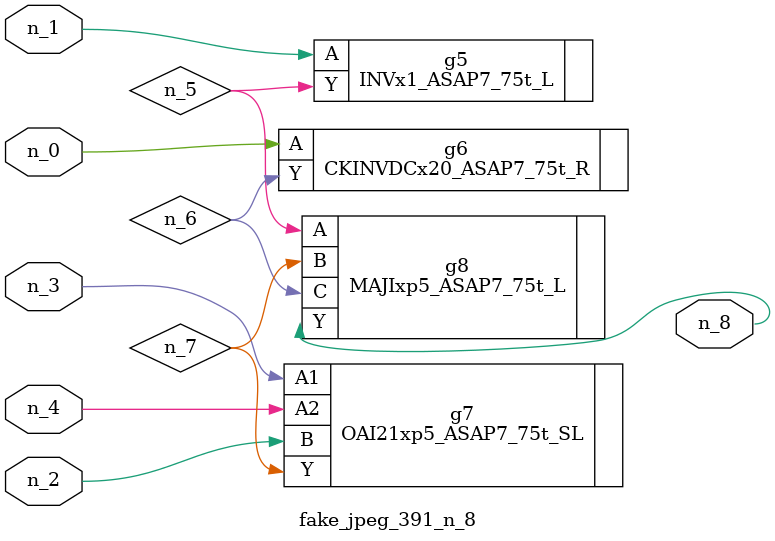
<source format=v>
module fake_jpeg_391_n_8 (n_3, n_2, n_1, n_0, n_4, n_8);

input n_3;
input n_2;
input n_1;
input n_0;
input n_4;

output n_8;

wire n_6;
wire n_5;
wire n_7;

INVx1_ASAP7_75t_L g5 ( 
.A(n_1),
.Y(n_5)
);

CKINVDCx20_ASAP7_75t_R g6 ( 
.A(n_0),
.Y(n_6)
);

OAI21xp5_ASAP7_75t_SL g7 ( 
.A1(n_3),
.A2(n_4),
.B(n_2),
.Y(n_7)
);

MAJIxp5_ASAP7_75t_L g8 ( 
.A(n_5),
.B(n_7),
.C(n_6),
.Y(n_8)
);


endmodule
</source>
